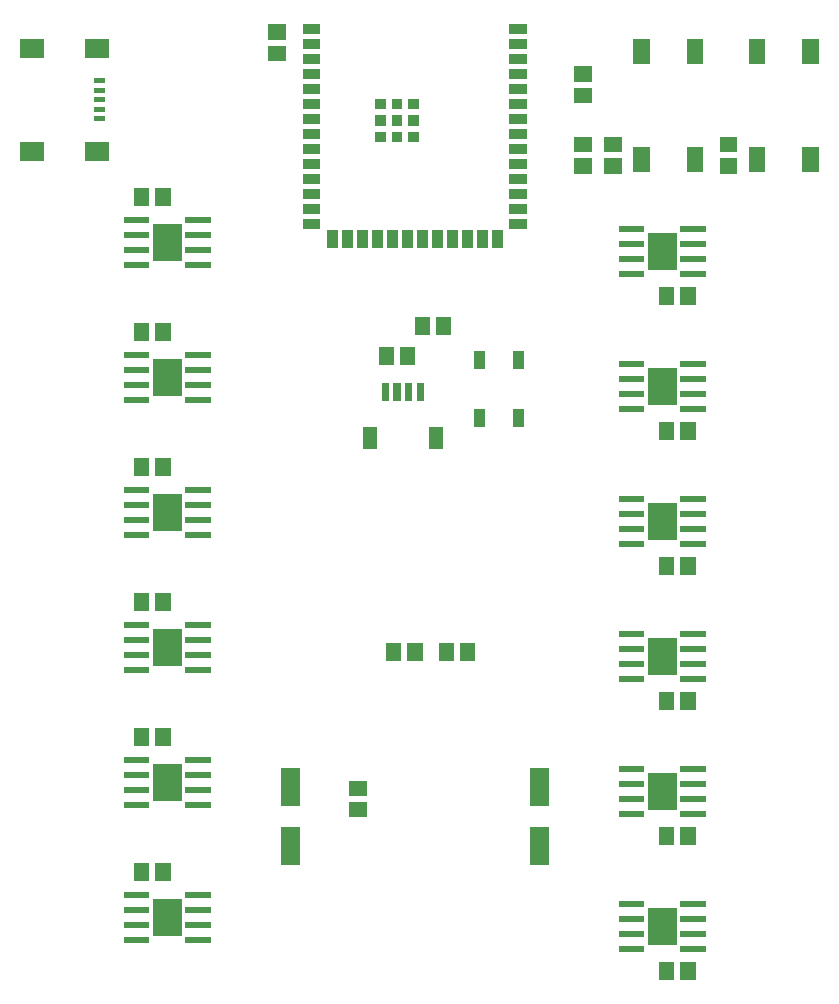
<source format=gbr>
G04 start of page 10 for group -4015 idx -4015 *
G04 Title: (unknown), toppaste *
G04 Creator: pcb 4.0.2 *
G04 CreationDate: Sat May 14 18:30:59 2022 UTC *
G04 For: railfan *
G04 Format: Gerber/RS-274X *
G04 PCB-Dimensions (mil): 3000.00 4200.00 *
G04 PCB-Coordinate-Origin: lower left *
%MOIN*%
%FSLAX25Y25*%
%LNTOPPASTE*%
%ADD70C,0.0001*%
G54D70*G36*
X42882Y358185D02*Y356413D01*
X46819D01*
Y358185D01*
X42882D01*
G37*
G36*
Y355035D02*Y353264D01*
X46819D01*
Y355035D01*
X42882D01*
G37*
G36*
Y351886D02*Y350114D01*
X46819D01*
Y351886D01*
X42882D01*
G37*
G36*
Y348736D02*Y346965D01*
X46819D01*
Y348736D01*
X42882D01*
G37*
G36*
Y345587D02*Y343815D01*
X46819D01*
Y345587D01*
X42882D01*
G37*
G36*
X18374Y371276D02*Y364976D01*
X26248D01*
Y371276D01*
X18374D01*
G37*
G36*
Y337024D02*Y330724D01*
X26248D01*
Y337024D01*
X18374D01*
G37*
G36*
X40028Y371276D02*Y364976D01*
X47902D01*
Y371276D01*
X40028D01*
G37*
G36*
Y337024D02*Y330724D01*
X47902D01*
Y337024D01*
X40028D01*
G37*
G36*
X246150Y371100D02*X240650D01*
Y362800D01*
X246150D01*
Y371100D01*
G37*
G36*
Y335200D02*X240650D01*
Y326900D01*
X246150D01*
Y335200D01*
G37*
G36*
X228350Y371100D02*X222850D01*
Y362800D01*
X228350D01*
Y371100D01*
G37*
G36*
Y335200D02*X222850D01*
Y326900D01*
X228350D01*
Y335200D01*
G37*
G36*
X251548Y338602D02*Y333484D01*
X257452D01*
Y338602D01*
X251548D01*
G37*
G36*
Y331516D02*Y326398D01*
X257452D01*
Y331516D01*
X251548D01*
G37*
G36*
X213048Y338602D02*Y333484D01*
X218952D01*
Y338602D01*
X213048D01*
G37*
G36*
Y331516D02*Y326398D01*
X218952D01*
Y331516D01*
X213048D01*
G37*
G36*
X203048Y362102D02*Y356984D01*
X208952D01*
Y362102D01*
X203048D01*
G37*
G36*
Y355016D02*Y349898D01*
X208952D01*
Y355016D01*
X203048D01*
G37*
G36*
Y338602D02*Y333484D01*
X208952D01*
Y338602D01*
X203048D01*
G37*
G36*
Y331516D02*Y326398D01*
X208952D01*
Y331516D01*
X203048D01*
G37*
G36*
X284650Y371100D02*X279150D01*
Y362800D01*
X284650D01*
Y371100D01*
G37*
G36*
Y335200D02*X279150D01*
Y326900D01*
X284650D01*
Y335200D01*
G37*
G36*
X266850Y371100D02*X261350D01*
Y362800D01*
X266850D01*
Y371100D01*
G37*
G36*
Y335200D02*X261350D01*
Y326900D01*
X266850D01*
Y335200D01*
G37*
G36*
X243602Y288452D02*X238484D01*
Y282548D01*
X243602D01*
Y288452D01*
G37*
G36*
X236516D02*X231398D01*
Y282548D01*
X236516D01*
Y288452D01*
G37*
G36*
X61516Y321452D02*X56398D01*
Y315548D01*
X61516D01*
Y321452D01*
G37*
G36*
X68602D02*X63484D01*
Y315548D01*
X68602D01*
Y321452D01*
G37*
G36*
X141275Y256551D02*X138913D01*
Y250449D01*
X141275D01*
Y256551D01*
G37*
G36*
X145212D02*X142850D01*
Y250449D01*
X145212D01*
Y256551D01*
G37*
G36*
X149150D02*X146788D01*
Y250449D01*
X149150D01*
Y256551D01*
G37*
G36*
X153087D02*X150725D01*
Y250449D01*
X153087D01*
Y256551D01*
G37*
G36*
X137338Y241787D02*X132614D01*
Y234701D01*
X137338D01*
Y241787D01*
G37*
G36*
X159386D02*X154662D01*
Y234701D01*
X159386D01*
Y241787D01*
G37*
G36*
X155016Y278452D02*X149898D01*
Y272548D01*
X155016D01*
Y278452D01*
G37*
G36*
X162102D02*X156984D01*
Y272548D01*
X162102D01*
Y278452D01*
G37*
G36*
X150102Y268452D02*X144984D01*
Y262548D01*
X150102D01*
Y268452D01*
G37*
G36*
X143016D02*X137898D01*
Y262548D01*
X143016D01*
Y268452D01*
G37*
G36*
X101048Y369016D02*Y363898D01*
X106952D01*
Y369016D01*
X101048D01*
G37*
G36*
Y376102D02*Y370984D01*
X106952D01*
Y376102D01*
X101048D01*
G37*
G36*
X112598Y376283D02*Y372740D01*
X118504D01*
Y376283D01*
X112598D01*
G37*
G36*
Y371283D02*Y367740D01*
X118504D01*
Y371283D01*
X112598D01*
G37*
G36*
Y366283D02*Y362740D01*
X118504D01*
Y366283D01*
X112598D01*
G37*
G36*
Y361283D02*Y357740D01*
X118504D01*
Y361283D01*
X112598D01*
G37*
G36*
Y356283D02*Y352740D01*
X118504D01*
Y356283D01*
X112598D01*
G37*
G36*
Y351283D02*Y347740D01*
X118504D01*
Y351283D01*
X112598D01*
G37*
G36*
Y346283D02*Y342740D01*
X118504D01*
Y346283D01*
X112598D01*
G37*
G36*
Y341283D02*Y337740D01*
X118504D01*
Y341283D01*
X112598D01*
G37*
G36*
Y336283D02*Y332740D01*
X118504D01*
Y336283D01*
X112598D01*
G37*
G36*
Y331283D02*Y327740D01*
X118504D01*
Y331283D01*
X112598D01*
G37*
G36*
Y326283D02*Y322740D01*
X118504D01*
Y326283D01*
X112598D01*
G37*
G36*
Y321283D02*Y317740D01*
X118504D01*
Y321283D01*
X112598D01*
G37*
G36*
Y316283D02*Y312740D01*
X118504D01*
Y316283D01*
X112598D01*
G37*
G36*
Y311283D02*Y307740D01*
X118504D01*
Y311283D01*
X112598D01*
G37*
G36*
X124252Y307543D02*X120709D01*
Y301638D01*
X124252D01*
Y307543D01*
G37*
G36*
X129252D02*X125709D01*
Y301638D01*
X129252D01*
Y307543D01*
G37*
G36*
X134252D02*X130709D01*
Y301638D01*
X134252D01*
Y307543D01*
G37*
G36*
X139252D02*X135709D01*
Y301638D01*
X139252D01*
Y307543D01*
G37*
G36*
X144252D02*X140709D01*
Y301638D01*
X144252D01*
Y307543D01*
G37*
G36*
X149252D02*X145709D01*
Y301638D01*
X149252D01*
Y307543D01*
G37*
G36*
X154252D02*X150709D01*
Y301638D01*
X154252D01*
Y307543D01*
G37*
G36*
X159252D02*X155709D01*
Y301638D01*
X159252D01*
Y307543D01*
G37*
G36*
X164252D02*X160709D01*
Y301638D01*
X164252D01*
Y307543D01*
G37*
G36*
X169252D02*X165709D01*
Y301638D01*
X169252D01*
Y307543D01*
G37*
G36*
X174252D02*X170709D01*
Y301638D01*
X174252D01*
Y307543D01*
G37*
G36*
X179291D02*X175748D01*
Y301638D01*
X179291D01*
Y307543D01*
G37*
G36*
X181496Y376283D02*Y372740D01*
X187402D01*
Y376283D01*
X181496D01*
G37*
G36*
Y371283D02*Y367740D01*
X187402D01*
Y371283D01*
X181496D01*
G37*
G36*
Y366283D02*Y362740D01*
X187402D01*
Y366283D01*
X181496D01*
G37*
G36*
Y361283D02*Y357740D01*
X187402D01*
Y361283D01*
X181496D01*
G37*
G36*
Y356283D02*Y352740D01*
X187402D01*
Y356283D01*
X181496D01*
G37*
G36*
Y351283D02*Y347740D01*
X187402D01*
Y351283D01*
X181496D01*
G37*
G36*
Y346283D02*Y342740D01*
X187402D01*
Y346283D01*
X181496D01*
G37*
G36*
Y341283D02*Y337740D01*
X187402D01*
Y341283D01*
X181496D01*
G37*
G36*
Y336283D02*Y332740D01*
X187402D01*
Y336283D01*
X181496D01*
G37*
G36*
Y331283D02*Y327740D01*
X187402D01*
Y331283D01*
X181496D01*
G37*
G36*
Y326283D02*Y322740D01*
X187402D01*
Y326283D01*
X181496D01*
G37*
G36*
Y321283D02*Y317740D01*
X187402D01*
Y321283D01*
X181496D01*
G37*
G36*
Y316283D02*Y312740D01*
X187402D01*
Y316283D01*
X181496D01*
G37*
G36*
Y311283D02*Y307740D01*
X187402D01*
Y311283D01*
X181496D01*
G37*
G36*
X142323Y351402D02*Y347858D01*
X145866D01*
Y351402D01*
X142323D01*
G37*
G36*
X147835D02*Y347858D01*
X151378D01*
Y351402D01*
X147835D01*
G37*
G36*
X136811D02*Y347858D01*
X140354D01*
Y351402D01*
X136811D01*
G37*
G36*
X142323Y345890D02*Y342346D01*
X145866D01*
Y345890D01*
X142323D01*
G37*
G36*
X147835D02*Y342346D01*
X151378D01*
Y345890D01*
X147835D01*
G37*
G36*
X136811D02*Y342346D01*
X140354D01*
Y345890D01*
X136811D01*
G37*
G36*
X142323Y340378D02*Y336835D01*
X145866D01*
Y340378D01*
X142323D01*
G37*
G36*
X147835D02*Y336835D01*
X151378D01*
Y340378D01*
X147835D01*
G37*
G36*
X136811D02*Y336835D01*
X140354D01*
Y340378D01*
X136811D01*
G37*
G36*
X173276Y247807D02*X169732D01*
Y241902D01*
X173276D01*
Y247807D01*
G37*
G36*
X186268D02*X182724D01*
Y241902D01*
X186268D01*
Y247807D01*
G37*
G36*
X173276Y267098D02*X169732D01*
Y261193D01*
X173276D01*
Y267098D01*
G37*
G36*
X186268D02*X182724D01*
Y261193D01*
X186268D01*
Y267098D01*
G37*
G36*
X73500Y297000D02*Y295000D01*
X82000D01*
Y297000D01*
X73500D01*
G37*
G36*
Y302000D02*Y300000D01*
X82000D01*
Y302000D01*
X73500D01*
G37*
G36*
Y307000D02*Y305000D01*
X82000D01*
Y307000D01*
X73500D01*
G37*
G36*
Y312000D02*Y310000D01*
X82000D01*
Y312000D01*
X73500D01*
G37*
G36*
X53000D02*Y310000D01*
X61500D01*
Y312000D01*
X53000D01*
G37*
G36*
Y307000D02*Y305000D01*
X61500D01*
Y307000D01*
X53000D01*
G37*
G36*
Y302000D02*Y300000D01*
X61500D01*
Y302000D01*
X53000D01*
G37*
G36*
Y297000D02*Y295000D01*
X61500D01*
Y297000D01*
X53000D01*
G37*
G36*
X70750Y307830D02*X64250D01*
Y299170D01*
X70750D01*
Y307830D01*
G37*
G36*
X72225Y309605D02*X62775D01*
Y297395D01*
X72225D01*
Y309605D01*
G37*
G36*
X218000Y309000D02*Y307000D01*
X226500D01*
Y309000D01*
X218000D01*
G37*
G36*
Y304000D02*Y302000D01*
X226500D01*
Y304000D01*
X218000D01*
G37*
G36*
Y299000D02*Y297000D01*
X226500D01*
Y299000D01*
X218000D01*
G37*
G36*
Y294000D02*Y292000D01*
X226500D01*
Y294000D01*
X218000D01*
G37*
G36*
X238500D02*Y292000D01*
X247000D01*
Y294000D01*
X238500D01*
G37*
G36*
Y299000D02*Y297000D01*
X247000D01*
Y299000D01*
X238500D01*
G37*
G36*
Y304000D02*Y302000D01*
X247000D01*
Y304000D01*
X238500D01*
G37*
G36*
Y309000D02*Y307000D01*
X247000D01*
Y309000D01*
X238500D01*
G37*
G36*
X235750Y304830D02*X229250D01*
Y296170D01*
X235750D01*
Y304830D01*
G37*
G36*
X237225Y306605D02*X227775D01*
Y294395D01*
X237225D01*
Y306605D01*
G37*
G36*
X243602Y243452D02*X238484D01*
Y237548D01*
X243602D01*
Y243452D01*
G37*
G36*
X236516D02*X231398D01*
Y237548D01*
X236516D01*
Y243452D01*
G37*
G36*
X61516Y276452D02*X56398D01*
Y270548D01*
X61516D01*
Y276452D01*
G37*
G36*
X68602D02*X63484D01*
Y270548D01*
X68602D01*
Y276452D01*
G37*
G36*
X73500Y252000D02*Y250000D01*
X82000D01*
Y252000D01*
X73500D01*
G37*
G36*
Y257000D02*Y255000D01*
X82000D01*
Y257000D01*
X73500D01*
G37*
G36*
Y262000D02*Y260000D01*
X82000D01*
Y262000D01*
X73500D01*
G37*
G36*
Y267000D02*Y265000D01*
X82000D01*
Y267000D01*
X73500D01*
G37*
G36*
X53000D02*Y265000D01*
X61500D01*
Y267000D01*
X53000D01*
G37*
G36*
Y262000D02*Y260000D01*
X61500D01*
Y262000D01*
X53000D01*
G37*
G36*
Y257000D02*Y255000D01*
X61500D01*
Y257000D01*
X53000D01*
G37*
G36*
Y252000D02*Y250000D01*
X61500D01*
Y252000D01*
X53000D01*
G37*
G36*
X70750Y262830D02*X64250D01*
Y254170D01*
X70750D01*
Y262830D01*
G37*
G36*
X72225Y264605D02*X62775D01*
Y252395D01*
X72225D01*
Y264605D01*
G37*
G36*
X218000Y264000D02*Y262000D01*
X226500D01*
Y264000D01*
X218000D01*
G37*
G36*
Y259000D02*Y257000D01*
X226500D01*
Y259000D01*
X218000D01*
G37*
G36*
Y254000D02*Y252000D01*
X226500D01*
Y254000D01*
X218000D01*
G37*
G36*
Y249000D02*Y247000D01*
X226500D01*
Y249000D01*
X218000D01*
G37*
G36*
X238500D02*Y247000D01*
X247000D01*
Y249000D01*
X238500D01*
G37*
G36*
Y254000D02*Y252000D01*
X247000D01*
Y254000D01*
X238500D01*
G37*
G36*
Y259000D02*Y257000D01*
X247000D01*
Y259000D01*
X238500D01*
G37*
G36*
Y264000D02*Y262000D01*
X247000D01*
Y264000D01*
X238500D01*
G37*
G36*
X235750Y259830D02*X229250D01*
Y251170D01*
X235750D01*
Y259830D01*
G37*
G36*
X237225Y261605D02*X227775D01*
Y249395D01*
X237225D01*
Y261605D01*
G37*
G36*
X243602Y198452D02*X238484D01*
Y192548D01*
X243602D01*
Y198452D01*
G37*
G36*
X236516D02*X231398D01*
Y192548D01*
X236516D01*
Y198452D01*
G37*
G36*
X61516Y231452D02*X56398D01*
Y225548D01*
X61516D01*
Y231452D01*
G37*
G36*
X68602D02*X63484D01*
Y225548D01*
X68602D01*
Y231452D01*
G37*
G36*
X73500Y207000D02*Y205000D01*
X82000D01*
Y207000D01*
X73500D01*
G37*
G36*
Y212000D02*Y210000D01*
X82000D01*
Y212000D01*
X73500D01*
G37*
G36*
Y217000D02*Y215000D01*
X82000D01*
Y217000D01*
X73500D01*
G37*
G36*
Y222000D02*Y220000D01*
X82000D01*
Y222000D01*
X73500D01*
G37*
G36*
X53000D02*Y220000D01*
X61500D01*
Y222000D01*
X53000D01*
G37*
G36*
Y217000D02*Y215000D01*
X61500D01*
Y217000D01*
X53000D01*
G37*
G36*
Y212000D02*Y210000D01*
X61500D01*
Y212000D01*
X53000D01*
G37*
G36*
Y207000D02*Y205000D01*
X61500D01*
Y207000D01*
X53000D01*
G37*
G36*
X70750Y217830D02*X64250D01*
Y209170D01*
X70750D01*
Y217830D01*
G37*
G36*
X72225Y219605D02*X62775D01*
Y207395D01*
X72225D01*
Y219605D01*
G37*
G36*
X218000Y219000D02*Y217000D01*
X226500D01*
Y219000D01*
X218000D01*
G37*
G36*
Y214000D02*Y212000D01*
X226500D01*
Y214000D01*
X218000D01*
G37*
G36*
Y209000D02*Y207000D01*
X226500D01*
Y209000D01*
X218000D01*
G37*
G36*
Y204000D02*Y202000D01*
X226500D01*
Y204000D01*
X218000D01*
G37*
G36*
X238500D02*Y202000D01*
X247000D01*
Y204000D01*
X238500D01*
G37*
G36*
Y209000D02*Y207000D01*
X247000D01*
Y209000D01*
X238500D01*
G37*
G36*
Y214000D02*Y212000D01*
X247000D01*
Y214000D01*
X238500D01*
G37*
G36*
Y219000D02*Y217000D01*
X247000D01*
Y219000D01*
X238500D01*
G37*
G36*
X235750Y214830D02*X229250D01*
Y206170D01*
X235750D01*
Y214830D01*
G37*
G36*
X237225Y216605D02*X227775D01*
Y204395D01*
X237225D01*
Y216605D01*
G37*
G36*
X243602Y153452D02*X238484D01*
Y147548D01*
X243602D01*
Y153452D01*
G37*
G36*
X236516D02*X231398D01*
Y147548D01*
X236516D01*
Y153452D01*
G37*
G36*
X61516Y186452D02*X56398D01*
Y180548D01*
X61516D01*
Y186452D01*
G37*
G36*
X68602D02*X63484D01*
Y180548D01*
X68602D01*
Y186452D01*
G37*
G36*
X73500Y162000D02*Y160000D01*
X82000D01*
Y162000D01*
X73500D01*
G37*
G36*
Y167000D02*Y165000D01*
X82000D01*
Y167000D01*
X73500D01*
G37*
G36*
Y172000D02*Y170000D01*
X82000D01*
Y172000D01*
X73500D01*
G37*
G36*
Y177000D02*Y175000D01*
X82000D01*
Y177000D01*
X73500D01*
G37*
G36*
X53000D02*Y175000D01*
X61500D01*
Y177000D01*
X53000D01*
G37*
G36*
Y172000D02*Y170000D01*
X61500D01*
Y172000D01*
X53000D01*
G37*
G36*
Y167000D02*Y165000D01*
X61500D01*
Y167000D01*
X53000D01*
G37*
G36*
Y162000D02*Y160000D01*
X61500D01*
Y162000D01*
X53000D01*
G37*
G36*
X70750Y172830D02*X64250D01*
Y164170D01*
X70750D01*
Y172830D01*
G37*
G36*
X72225Y174605D02*X62775D01*
Y162395D01*
X72225D01*
Y174605D01*
G37*
G36*
X218000Y174000D02*Y172000D01*
X226500D01*
Y174000D01*
X218000D01*
G37*
G36*
Y169000D02*Y167000D01*
X226500D01*
Y169000D01*
X218000D01*
G37*
G36*
Y164000D02*Y162000D01*
X226500D01*
Y164000D01*
X218000D01*
G37*
G36*
Y159000D02*Y157000D01*
X226500D01*
Y159000D01*
X218000D01*
G37*
G36*
X238500D02*Y157000D01*
X247000D01*
Y159000D01*
X238500D01*
G37*
G36*
Y164000D02*Y162000D01*
X247000D01*
Y164000D01*
X238500D01*
G37*
G36*
Y169000D02*Y167000D01*
X247000D01*
Y169000D01*
X238500D01*
G37*
G36*
Y174000D02*Y172000D01*
X247000D01*
Y174000D01*
X238500D01*
G37*
G36*
X235750Y169830D02*X229250D01*
Y161170D01*
X235750D01*
Y169830D01*
G37*
G36*
X237225Y171605D02*X227775D01*
Y159395D01*
X237225D01*
Y171605D01*
G37*
G36*
X145516Y169952D02*X140398D01*
Y164048D01*
X145516D01*
Y169952D01*
G37*
G36*
X152602D02*X147484D01*
Y164048D01*
X152602D01*
Y169952D01*
G37*
G36*
X163016D02*X157898D01*
Y164048D01*
X163016D01*
Y169952D01*
G37*
G36*
X170102D02*X164984D01*
Y164048D01*
X170102D01*
Y169952D01*
G37*
G36*
X128048Y116973D02*Y111855D01*
X133952D01*
Y116973D01*
X128048D01*
G37*
G36*
Y124059D02*Y118941D01*
X133952D01*
Y124059D01*
X128048D01*
G37*
G36*
X111650Y108457D02*X105350D01*
Y95858D01*
X111650D01*
Y108457D01*
G37*
G36*
Y128142D02*X105350D01*
Y115543D01*
X111650D01*
Y128142D01*
G37*
G36*
X194650Y108457D02*X188350D01*
Y95858D01*
X194650D01*
Y108457D01*
G37*
G36*
Y128142D02*X188350D01*
Y115543D01*
X194650D01*
Y128142D01*
G37*
G36*
X61516Y141452D02*X56398D01*
Y135548D01*
X61516D01*
Y141452D01*
G37*
G36*
X68602D02*X63484D01*
Y135548D01*
X68602D01*
Y141452D01*
G37*
G36*
X243602Y108452D02*X238484D01*
Y102548D01*
X243602D01*
Y108452D01*
G37*
G36*
X236516D02*X231398D01*
Y102548D01*
X236516D01*
Y108452D01*
G37*
G36*
X218000Y129000D02*Y127000D01*
X226500D01*
Y129000D01*
X218000D01*
G37*
G36*
Y124000D02*Y122000D01*
X226500D01*
Y124000D01*
X218000D01*
G37*
G36*
Y119000D02*Y117000D01*
X226500D01*
Y119000D01*
X218000D01*
G37*
G36*
Y114000D02*Y112000D01*
X226500D01*
Y114000D01*
X218000D01*
G37*
G36*
X238500D02*Y112000D01*
X247000D01*
Y114000D01*
X238500D01*
G37*
G36*
Y119000D02*Y117000D01*
X247000D01*
Y119000D01*
X238500D01*
G37*
G36*
Y124000D02*Y122000D01*
X247000D01*
Y124000D01*
X238500D01*
G37*
G36*
Y129000D02*Y127000D01*
X247000D01*
Y129000D01*
X238500D01*
G37*
G36*
X235750Y124830D02*X229250D01*
Y116170D01*
X235750D01*
Y124830D01*
G37*
G36*
X237225Y126605D02*X227775D01*
Y114395D01*
X237225D01*
Y126605D01*
G37*
G36*
X73500Y117000D02*Y115000D01*
X82000D01*
Y117000D01*
X73500D01*
G37*
G36*
Y122000D02*Y120000D01*
X82000D01*
Y122000D01*
X73500D01*
G37*
G36*
Y127000D02*Y125000D01*
X82000D01*
Y127000D01*
X73500D01*
G37*
G36*
Y132000D02*Y130000D01*
X82000D01*
Y132000D01*
X73500D01*
G37*
G36*
X53000D02*Y130000D01*
X61500D01*
Y132000D01*
X53000D01*
G37*
G36*
Y127000D02*Y125000D01*
X61500D01*
Y127000D01*
X53000D01*
G37*
G36*
Y122000D02*Y120000D01*
X61500D01*
Y122000D01*
X53000D01*
G37*
G36*
Y117000D02*Y115000D01*
X61500D01*
Y117000D01*
X53000D01*
G37*
G36*
X70750Y127830D02*X64250D01*
Y119170D01*
X70750D01*
Y127830D01*
G37*
G36*
X72225Y129605D02*X62775D01*
Y117395D01*
X72225D01*
Y129605D01*
G37*
G36*
X61516Y96452D02*X56398D01*
Y90548D01*
X61516D01*
Y96452D01*
G37*
G36*
X68602D02*X63484D01*
Y90548D01*
X68602D01*
Y96452D01*
G37*
G36*
X243602Y63452D02*X238484D01*
Y57548D01*
X243602D01*
Y63452D01*
G37*
G36*
X236516D02*X231398D01*
Y57548D01*
X236516D01*
Y63452D01*
G37*
G36*
X73500Y72000D02*Y70000D01*
X82000D01*
Y72000D01*
X73500D01*
G37*
G36*
Y77000D02*Y75000D01*
X82000D01*
Y77000D01*
X73500D01*
G37*
G36*
Y82000D02*Y80000D01*
X82000D01*
Y82000D01*
X73500D01*
G37*
G36*
Y87000D02*Y85000D01*
X82000D01*
Y87000D01*
X73500D01*
G37*
G36*
X53000D02*Y85000D01*
X61500D01*
Y87000D01*
X53000D01*
G37*
G36*
Y82000D02*Y80000D01*
X61500D01*
Y82000D01*
X53000D01*
G37*
G36*
Y77000D02*Y75000D01*
X61500D01*
Y77000D01*
X53000D01*
G37*
G36*
Y72000D02*Y70000D01*
X61500D01*
Y72000D01*
X53000D01*
G37*
G36*
X70750Y82830D02*X64250D01*
Y74170D01*
X70750D01*
Y82830D01*
G37*
G36*
X72225Y84605D02*X62775D01*
Y72395D01*
X72225D01*
Y84605D01*
G37*
G36*
X218000Y84000D02*Y82000D01*
X226500D01*
Y84000D01*
X218000D01*
G37*
G36*
Y79000D02*Y77000D01*
X226500D01*
Y79000D01*
X218000D01*
G37*
G36*
Y74000D02*Y72000D01*
X226500D01*
Y74000D01*
X218000D01*
G37*
G36*
Y69000D02*Y67000D01*
X226500D01*
Y69000D01*
X218000D01*
G37*
G36*
X238500D02*Y67000D01*
X247000D01*
Y69000D01*
X238500D01*
G37*
G36*
Y74000D02*Y72000D01*
X247000D01*
Y74000D01*
X238500D01*
G37*
G36*
Y79000D02*Y77000D01*
X247000D01*
Y79000D01*
X238500D01*
G37*
G36*
Y84000D02*Y82000D01*
X247000D01*
Y84000D01*
X238500D01*
G37*
G36*
X235750Y79830D02*X229250D01*
Y71170D01*
X235750D01*
Y79830D01*
G37*
G36*
X237225Y81605D02*X227775D01*
Y69395D01*
X237225D01*
Y81605D01*
G37*
M02*

</source>
